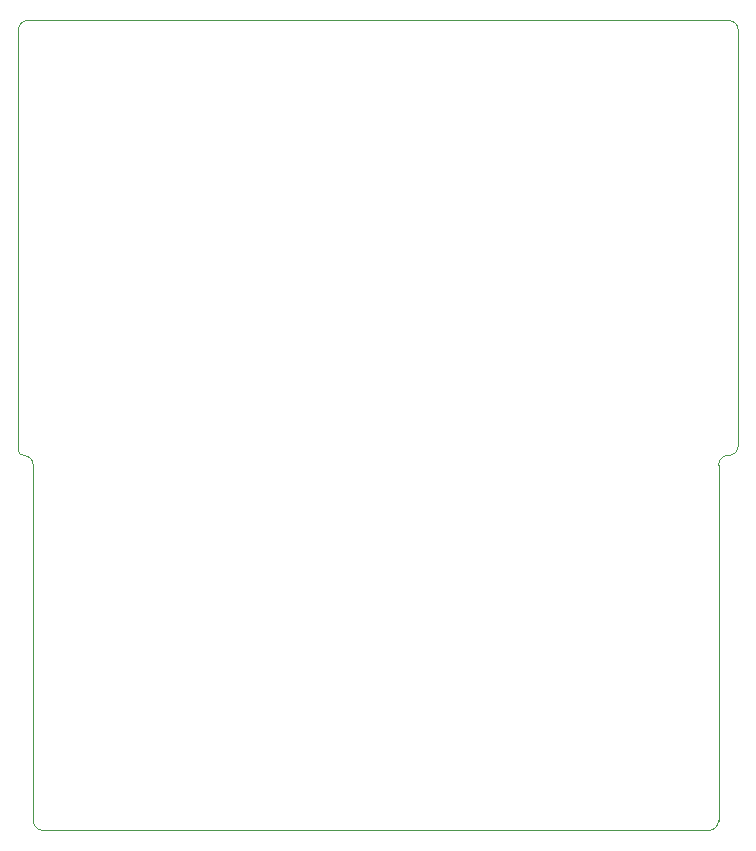
<source format=gbr>
%TF.GenerationSoftware,KiCad,Pcbnew,(6.0.4)*%
%TF.CreationDate,2023-08-14T23:38:21+02:00*%
%TF.ProjectId,TeensyROM,5465656e-7379-4524-9f4d-2e6b69636164,rev?*%
%TF.SameCoordinates,Original*%
%TF.FileFunction,Profile,NP*%
%FSLAX46Y46*%
G04 Gerber Fmt 4.6, Leading zero omitted, Abs format (unit mm)*
G04 Created by KiCad (PCBNEW (6.0.4)) date 2023-08-14 23:38:21*
%MOMM*%
%LPD*%
G01*
G04 APERTURE LIST*
%TA.AperFunction,Profile*%
%ADD10C,0.050000*%
%TD*%
G04 APERTURE END LIST*
D10*
X178981100Y-106718100D02*
X178981100Y-71539100D01*
X118021100Y-71539100D02*
X118021100Y-107099100D01*
X118846600Y-70713600D02*
G75*
G03*
X118021100Y-71539100I-6J-825494D01*
G01*
X118021100Y-107099100D02*
G75*
G03*
X118465600Y-107543600I444500J0D01*
G01*
X178155600Y-107543600D02*
G75*
G03*
X178981100Y-106718100I0J825500D01*
G01*
X119291100Y-108369100D02*
G75*
G03*
X118465600Y-107543600I-825500J0D01*
G01*
X120116600Y-139293600D02*
X176479200Y-139293600D01*
X177304700Y-138468100D02*
X177304700Y-108369100D01*
X178130200Y-107543600D02*
G75*
G03*
X177304700Y-108369100I0J-825500D01*
G01*
X119291100Y-108369100D02*
X119291100Y-138468100D01*
X178155600Y-70713600D02*
X118846600Y-70713600D01*
X119291100Y-138468100D02*
G75*
G03*
X120116600Y-139293600I825500J0D01*
G01*
X176479200Y-139293600D02*
G75*
G03*
X177304700Y-138468100I0J825500D01*
G01*
X178981100Y-71539100D02*
G75*
G03*
X178155600Y-70713600I-825500J0D01*
G01*
X178130200Y-107543600D02*
X178155600Y-107543600D01*
M02*

</source>
